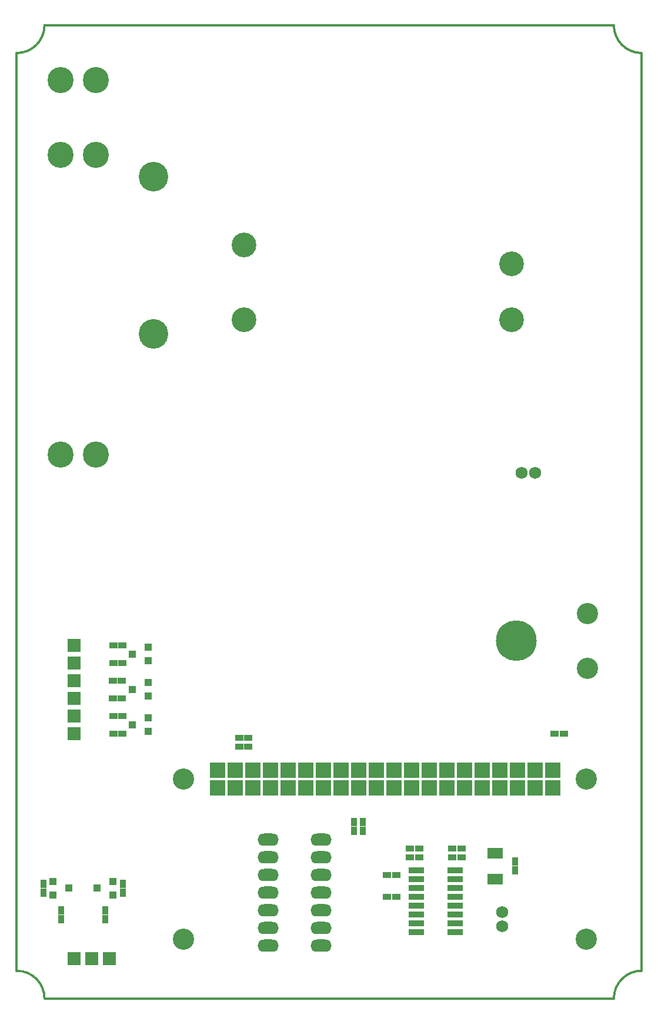
<source format=gbr>
G04 EasyPC Gerber Version 20.0.2 Build 4112 *
%FSLAX35Y35*%
%MOIN*%
%ADD94R,0.03800X0.04500*%
%ADD86R,0.07800X0.07800*%
%ADD135R,0.08600X0.08600*%
%ADD109C,0.01200*%
%ADD132C,0.06906*%
%ADD82O,0.12000X0.07000*%
%ADD133R,0.09000X0.03500*%
%ADD95R,0.04500X0.03800*%
%ADD127R,0.04071X0.04071*%
%ADD134R,0.08874X0.05921*%
%ADD129C,0.12024*%
%ADD131C,0.13992*%
%ADD128C,0.14780*%
%ADD136C,0.16748*%
%ADD130C,0.23047*%
X0Y0D02*
D02*
D82*
X143148Y30600D03*
Y40600D03*
Y50600D03*
Y60600D03*
Y70600D03*
Y80600D03*
Y90600D03*
X173148Y30600D03*
Y40600D03*
Y50600D03*
Y60600D03*
Y70600D03*
Y80600D03*
Y90600D03*
D02*
D86*
X33148Y23100D03*
Y150600D03*
Y160600D03*
Y170600D03*
Y180600D03*
Y190600D03*
Y200600D03*
X43148Y23100D03*
X53148D03*
D02*
D94*
X15648Y60550D03*
Y65650D03*
X25648Y45550D03*
Y50650D03*
X50648Y45550D03*
Y50650D03*
X60648Y60550D03*
Y65650D03*
X191848Y95550D03*
Y100650D03*
X196848Y95550D03*
Y100650D03*
X283148Y73050D03*
Y78150D03*
D02*
D95*
X55063Y170600D03*
Y180600D03*
X55346Y150600D03*
Y160600D03*
X55494Y190600D03*
Y200600D03*
X60163Y170600D03*
Y180600D03*
X60446Y150600D03*
Y160600D03*
X60594Y190600D03*
Y200600D03*
X126798Y143100D03*
Y148100D03*
X131898Y143100D03*
Y148100D03*
X210598Y58100D03*
Y70600D03*
X215698Y58100D03*
Y70600D03*
X223598Y80600D03*
Y85600D03*
X228698Y80600D03*
Y85600D03*
X247610Y80600D03*
Y85600D03*
X252710Y80600D03*
Y85600D03*
X305598Y150600D03*
X310698D03*
D02*
D109*
X16348Y600D02*
G75*
G03X600Y16348I-15748D01*
G01*
Y535840*
G75*
G03X16348Y551588J15748*
G01*
X339083*
G75*
G03X354831Y535840I15748*
G01*
Y16348*
G75*
G03X339083Y600J-15748*
G01*
X16348*
D02*
D127*
X21140Y59320D03*
Y66880D03*
X30156Y63100D03*
X46140D03*
X55156Y59320D03*
Y66880D03*
X66140Y155600D03*
Y175600D03*
Y195600D03*
X75156Y151820D03*
Y159380D03*
Y171820D03*
Y179380D03*
Y191820D03*
Y199380D03*
D02*
D128*
X25372Y308608D03*
Y478100D03*
Y520423D03*
X45372Y308608D03*
Y478100D03*
Y520423D03*
D02*
D129*
X95136Y34222D03*
Y124773D03*
X323483Y34222D03*
Y124773D03*
X324270Y187549D03*
Y218651D03*
D02*
D130*
X283916Y203100D03*
D02*
D131*
X129585Y384891D03*
Y427214D03*
X281160Y384891D03*
Y416387D03*
D02*
D132*
X275648Y41663D03*
Y49537D03*
X286711Y298100D03*
X294585D03*
D02*
D133*
X227148Y38100D03*
Y43100D03*
Y48100D03*
Y53100D03*
Y58100D03*
Y63100D03*
Y68100D03*
Y73100D03*
X249148Y38100D03*
Y43100D03*
Y48100D03*
Y53100D03*
Y58100D03*
Y63100D03*
Y68100D03*
Y73100D03*
D02*
D134*
X271836Y68218D03*
Y82982D03*
D02*
D135*
X114309Y119773D03*
Y129773D03*
X124309Y119773D03*
Y129773D03*
X134309Y119773D03*
Y129773D03*
X144309Y119773D03*
Y129773D03*
X154309Y119773D03*
Y129773D03*
X164309Y119773D03*
Y129773D03*
X174309Y119773D03*
Y129773D03*
X184309Y119773D03*
Y129773D03*
X194309Y119773D03*
Y129773D03*
X204309Y119773D03*
Y129773D03*
X214309Y119773D03*
Y129773D03*
X224309Y119773D03*
Y129773D03*
X234309Y119773D03*
Y129773D03*
X244309Y119773D03*
Y129773D03*
X254309Y119773D03*
Y129773D03*
X264309Y119773D03*
Y129773D03*
X274309Y119773D03*
Y129773D03*
X284309Y119773D03*
Y129773D03*
X294309Y119773D03*
Y129773D03*
X304309Y119773D03*
Y129773D03*
D02*
D136*
X78148Y376812D03*
Y465788D03*
X0Y0D02*
M02*

</source>
